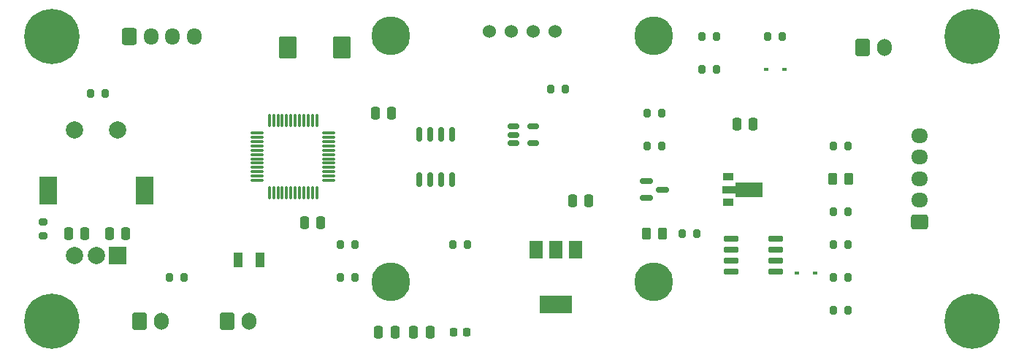
<source format=gbr>
%TF.GenerationSoftware,KiCad,Pcbnew,(6.0.4)*%
%TF.CreationDate,2022-05-05T14:57:31-04:00*%
%TF.ProjectId,KSGER Controller,4b534745-5220-4436-9f6e-74726f6c6c65,rev?*%
%TF.SameCoordinates,Original*%
%TF.FileFunction,Soldermask,Top*%
%TF.FilePolarity,Negative*%
%FSLAX46Y46*%
G04 Gerber Fmt 4.6, Leading zero omitted, Abs format (unit mm)*
G04 Created by KiCad (PCBNEW (6.0.4)) date 2022-05-05 14:57:31*
%MOMM*%
%LPD*%
G01*
G04 APERTURE LIST*
G04 Aperture macros list*
%AMRoundRect*
0 Rectangle with rounded corners*
0 $1 Rounding radius*
0 $2 $3 $4 $5 $6 $7 $8 $9 X,Y pos of 4 corners*
0 Add a 4 corners polygon primitive as box body*
4,1,4,$2,$3,$4,$5,$6,$7,$8,$9,$2,$3,0*
0 Add four circle primitives for the rounded corners*
1,1,$1+$1,$2,$3*
1,1,$1+$1,$4,$5*
1,1,$1+$1,$6,$7*
1,1,$1+$1,$8,$9*
0 Add four rect primitives between the rounded corners*
20,1,$1+$1,$2,$3,$4,$5,0*
20,1,$1+$1,$4,$5,$6,$7,0*
20,1,$1+$1,$6,$7,$8,$9,0*
20,1,$1+$1,$8,$9,$2,$3,0*%
%AMFreePoly0*
4,1,9,3.862500,-0.866500,0.737500,-0.866500,0.737500,-0.450000,-0.737500,-0.450000,-0.737500,0.450000,0.737500,0.450000,0.737500,0.866500,3.862500,0.866500,3.862500,-0.866500,3.862500,-0.866500,$1*%
G04 Aperture macros list end*
%ADD10RoundRect,0.150000X-0.512500X-0.150000X0.512500X-0.150000X0.512500X0.150000X-0.512500X0.150000X0*%
%ADD11RoundRect,0.218750X-0.218750X-0.256250X0.218750X-0.256250X0.218750X0.256250X-0.218750X0.256250X0*%
%ADD12C,0.800000*%
%ADD13C,6.400000*%
%ADD14RoundRect,0.250000X-0.250000X-0.475000X0.250000X-0.475000X0.250000X0.475000X-0.250000X0.475000X0*%
%ADD15RoundRect,0.250000X0.725000X-0.600000X0.725000X0.600000X-0.725000X0.600000X-0.725000X-0.600000X0*%
%ADD16O,1.950000X1.700000*%
%ADD17RoundRect,0.200000X-0.200000X-0.275000X0.200000X-0.275000X0.200000X0.275000X-0.200000X0.275000X0*%
%ADD18RoundRect,0.250000X0.262500X0.450000X-0.262500X0.450000X-0.262500X-0.450000X0.262500X-0.450000X0*%
%ADD19RoundRect,0.250000X-0.600000X-0.750000X0.600000X-0.750000X0.600000X0.750000X-0.600000X0.750000X0*%
%ADD20O,1.700000X2.000000*%
%ADD21RoundRect,0.250000X-0.600000X-0.725000X0.600000X-0.725000X0.600000X0.725000X-0.600000X0.725000X0*%
%ADD22O,1.700000X1.950000*%
%ADD23RoundRect,0.150000X-0.587500X-0.150000X0.587500X-0.150000X0.587500X0.150000X-0.587500X0.150000X0*%
%ADD24R,1.300000X0.900000*%
%ADD25FreePoly0,0.000000*%
%ADD26R,1.000000X1.800000*%
%ADD27RoundRect,0.150000X0.150000X-0.675000X0.150000X0.675000X-0.150000X0.675000X-0.150000X-0.675000X0*%
%ADD28RoundRect,0.200000X-0.275000X0.200000X-0.275000X-0.200000X0.275000X-0.200000X0.275000X0.200000X0*%
%ADD29R,0.600000X0.450000*%
%ADD30RoundRect,0.250000X-0.787500X-1.025000X0.787500X-1.025000X0.787500X1.025000X-0.787500X1.025000X0*%
%ADD31R,1.500000X2.000000*%
%ADD32R,3.800000X2.000000*%
%ADD33RoundRect,0.250000X-0.262500X-0.450000X0.262500X-0.450000X0.262500X0.450000X-0.262500X0.450000X0*%
%ADD34RoundRect,0.150000X-0.725000X-0.150000X0.725000X-0.150000X0.725000X0.150000X-0.725000X0.150000X0*%
%ADD35RoundRect,0.200000X0.200000X0.275000X-0.200000X0.275000X-0.200000X-0.275000X0.200000X-0.275000X0*%
%ADD36RoundRect,0.075000X0.075000X-0.662500X0.075000X0.662500X-0.075000X0.662500X-0.075000X-0.662500X0*%
%ADD37RoundRect,0.075000X0.662500X-0.075000X0.662500X0.075000X-0.662500X0.075000X-0.662500X-0.075000X0*%
%ADD38R,2.000000X2.000000*%
%ADD39C,2.000000*%
%ADD40R,2.000000X3.200000*%
%ADD41C,4.500000*%
%ADD42C,1.524000*%
G04 APERTURE END LIST*
D10*
%TO.C,U3*%
X146182500Y-91760000D03*
X146182500Y-92710000D03*
X146182500Y-93660000D03*
X148457500Y-93660000D03*
X148457500Y-91760000D03*
%TD*%
D11*
%TO.C,D1*%
X139232500Y-115570000D03*
X140807500Y-115570000D03*
%TD*%
D12*
%TO.C,H1*%
X199390000Y-116700000D03*
X201087056Y-115997056D03*
X201790000Y-114300000D03*
X196990000Y-114300000D03*
D13*
X199390000Y-114300000D03*
D12*
X199390000Y-111900000D03*
X197692944Y-115997056D03*
X201087056Y-112602944D03*
X197692944Y-112602944D03*
%TD*%
D14*
%TO.C,C12*%
X172090000Y-91440000D03*
X173990000Y-91440000D03*
%TD*%
D15*
%TO.C,J2*%
X193248000Y-102790000D03*
D16*
X193248000Y-100290000D03*
X193248000Y-97790000D03*
X193248000Y-95290000D03*
X193248000Y-92790000D03*
%TD*%
D17*
%TO.C,R13*%
X126175000Y-105410000D03*
X127825000Y-105410000D03*
%TD*%
D18*
%TO.C,R15*%
X185062500Y-97790000D03*
X183237500Y-97790000D03*
%TD*%
D19*
%TO.C,J4*%
X102870000Y-114300000D03*
D20*
X105370000Y-114300000D03*
%TD*%
D17*
%TO.C,R17*%
X183325000Y-113030000D03*
X184975000Y-113030000D03*
%TD*%
D21*
%TO.C,JE*%
X101680000Y-81280000D03*
D22*
X104180000Y-81280000D03*
X106680000Y-81280000D03*
X109180000Y-81280000D03*
%TD*%
D17*
%TO.C,R3*%
X161735000Y-90170000D03*
X163385000Y-90170000D03*
%TD*%
%TO.C,R9*%
X168085000Y-81280000D03*
X169735000Y-81280000D03*
%TD*%
%TO.C,R4*%
X161735000Y-93980000D03*
X163385000Y-93980000D03*
%TD*%
D23*
%TO.C,Q2*%
X161622500Y-98110000D03*
X161622500Y-100010000D03*
X163497500Y-99060000D03*
%TD*%
D17*
%TO.C,R11*%
X126175000Y-109220000D03*
X127825000Y-109220000D03*
%TD*%
D14*
%TO.C,C4*%
X130180000Y-90170000D03*
X132080000Y-90170000D03*
%TD*%
D24*
%TO.C,U6*%
X171105000Y-97560000D03*
D25*
X171192500Y-99060000D03*
D24*
X171105000Y-100560000D03*
%TD*%
D17*
%TO.C,R6*%
X139195000Y-105410000D03*
X140845000Y-105410000D03*
%TD*%
D26*
%TO.C,Y1*%
X114320000Y-107188000D03*
X116820000Y-107188000D03*
%TD*%
D17*
%TO.C,R8*%
X168085000Y-85090000D03*
X169735000Y-85090000D03*
%TD*%
D14*
%TO.C,C11*%
X99380000Y-104140000D03*
X101280000Y-104140000D03*
%TD*%
D19*
%TO.C,J1*%
X186690000Y-82550000D03*
D20*
X189190000Y-82550000D03*
%TD*%
D27*
%TO.C,U4*%
X135255000Y-97875000D03*
X136525000Y-97875000D03*
X137795000Y-97875000D03*
X139065000Y-97875000D03*
X139065000Y-92625000D03*
X137795000Y-92625000D03*
X136525000Y-92625000D03*
X135255000Y-92625000D03*
%TD*%
D14*
%TO.C,C5*%
X134620000Y-115570000D03*
X136520000Y-115570000D03*
%TD*%
D28*
%TO.C,R19*%
X91694000Y-102807000D03*
X91694000Y-104457000D03*
%TD*%
D17*
%TO.C,R2*%
X150559000Y-87376000D03*
X152209000Y-87376000D03*
%TD*%
D29*
%TO.C,D3*%
X179036000Y-108712000D03*
X181136000Y-108712000D03*
%TD*%
D14*
%TO.C,C7*%
X153040000Y-100330000D03*
X154940000Y-100330000D03*
%TD*%
%TO.C,C1*%
X121986000Y-102870000D03*
X123886000Y-102870000D03*
%TD*%
D17*
%TO.C,R12*%
X183325000Y-105410000D03*
X184975000Y-105410000D03*
%TD*%
%TO.C,R16*%
X183325000Y-109220000D03*
X184975000Y-109220000D03*
%TD*%
D30*
%TO.C,C3*%
X120077500Y-82550000D03*
X126302500Y-82550000D03*
%TD*%
D31*
%TO.C,U2*%
X153430000Y-106070000D03*
D32*
X151130000Y-112370000D03*
D31*
X151130000Y-106070000D03*
X148830000Y-106070000D03*
%TD*%
D33*
%TO.C,R5*%
X161647500Y-104140000D03*
X163472500Y-104140000D03*
%TD*%
D12*
%TO.C,H3*%
X92710000Y-78880000D03*
X95110000Y-81280000D03*
D13*
X92710000Y-81280000D03*
D12*
X92710000Y-83680000D03*
X90310000Y-81280000D03*
X91012944Y-79582944D03*
X94407056Y-82977056D03*
X94407056Y-79582944D03*
X91012944Y-82977056D03*
%TD*%
%TO.C,H4*%
X201087056Y-82977056D03*
X201087056Y-79582944D03*
D13*
X199390000Y-81280000D03*
D12*
X196990000Y-81280000D03*
X199390000Y-83680000D03*
X199390000Y-78880000D03*
X197692944Y-79582944D03*
X201790000Y-81280000D03*
X197692944Y-82977056D03*
%TD*%
D34*
%TO.C,Q1*%
X171415000Y-104775000D03*
X171415000Y-106045000D03*
X171415000Y-107315000D03*
X171415000Y-108585000D03*
X176565000Y-108585000D03*
X176565000Y-107315000D03*
X176565000Y-106045000D03*
X176565000Y-104775000D03*
%TD*%
D35*
%TO.C,R20*%
X108013000Y-109220000D03*
X106363000Y-109220000D03*
%TD*%
D17*
%TO.C,R14*%
X175705000Y-81280000D03*
X177355000Y-81280000D03*
%TD*%
D35*
%TO.C,R10*%
X98869000Y-87884000D03*
X97219000Y-87884000D03*
%TD*%
D12*
%TO.C,H2*%
X91012944Y-115997056D03*
X90310000Y-114300000D03*
X92710000Y-116700000D03*
X95110000Y-114300000D03*
X94407056Y-112602944D03*
D13*
X92710000Y-114300000D03*
D12*
X92710000Y-111900000D03*
X91012944Y-112602944D03*
X94407056Y-115997056D03*
%TD*%
D29*
%TO.C,D2*%
X175480000Y-85090000D03*
X177580000Y-85090000D03*
%TD*%
D19*
%TO.C,BZ1*%
X113030000Y-114300000D03*
D20*
X115530000Y-114300000D03*
%TD*%
D36*
%TO.C,U1*%
X117900000Y-99412500D03*
X118400000Y-99412500D03*
X118900000Y-99412500D03*
X119400000Y-99412500D03*
X119900000Y-99412500D03*
X120400000Y-99412500D03*
X120900000Y-99412500D03*
X121400000Y-99412500D03*
X121900000Y-99412500D03*
X122400000Y-99412500D03*
X122900000Y-99412500D03*
X123400000Y-99412500D03*
D37*
X124812500Y-98000000D03*
X124812500Y-97500000D03*
X124812500Y-97000000D03*
X124812500Y-96500000D03*
X124812500Y-96000000D03*
X124812500Y-95500000D03*
X124812500Y-95000000D03*
X124812500Y-94500000D03*
X124812500Y-94000000D03*
X124812500Y-93500000D03*
X124812500Y-93000000D03*
X124812500Y-92500000D03*
D36*
X123400000Y-91087500D03*
X122900000Y-91087500D03*
X122400000Y-91087500D03*
X121900000Y-91087500D03*
X121400000Y-91087500D03*
X120900000Y-91087500D03*
X120400000Y-91087500D03*
X119900000Y-91087500D03*
X119400000Y-91087500D03*
X118900000Y-91087500D03*
X118400000Y-91087500D03*
X117900000Y-91087500D03*
D37*
X116487500Y-92500000D03*
X116487500Y-93000000D03*
X116487500Y-93500000D03*
X116487500Y-94000000D03*
X116487500Y-94500000D03*
X116487500Y-95000000D03*
X116487500Y-95500000D03*
X116487500Y-96000000D03*
X116487500Y-96500000D03*
X116487500Y-97000000D03*
X116487500Y-97500000D03*
X116487500Y-98000000D03*
%TD*%
D17*
%TO.C,R7*%
X165799000Y-104140000D03*
X167449000Y-104140000D03*
%TD*%
D14*
%TO.C,C10*%
X94620000Y-104140000D03*
X96520000Y-104140000D03*
%TD*%
D17*
%TO.C,R1*%
X183325000Y-93980000D03*
X184975000Y-93980000D03*
%TD*%
D14*
%TO.C,C6*%
X130556000Y-115570000D03*
X132456000Y-115570000D03*
%TD*%
D17*
%TO.C,R18*%
X183325000Y-101600000D03*
X184975000Y-101600000D03*
%TD*%
D38*
%TO.C,SW1*%
X100330000Y-106680000D03*
D39*
X95330000Y-106680000D03*
X97830000Y-106680000D03*
D40*
X103430000Y-99180000D03*
X92230000Y-99180000D03*
D39*
X95330000Y-92180000D03*
X100330000Y-92180000D03*
%TD*%
D41*
%TO.C,U7*%
X162441500Y-109740000D03*
X131961500Y-109740000D03*
X162441500Y-81240000D03*
X131961500Y-81240000D03*
D42*
X151051500Y-80740000D03*
X148511500Y-80740000D03*
X145971500Y-80740000D03*
X143431500Y-80740000D03*
%TD*%
M02*

</source>
